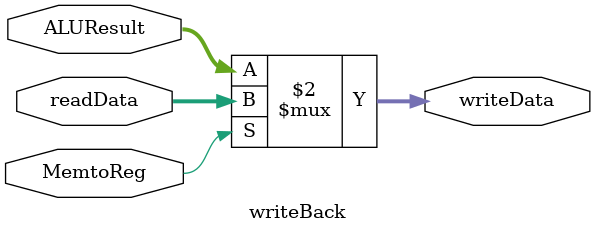
<source format=v>
`timescale 1ns / 1ps
module writeBack(
	input MemtoReg,input[31:0] readData,input[31:0] ALUResult,
	output[31:0] writeData
    );
	assign writeData= MemtoReg==1?readData:ALUResult;
	
endmodule
</source>
